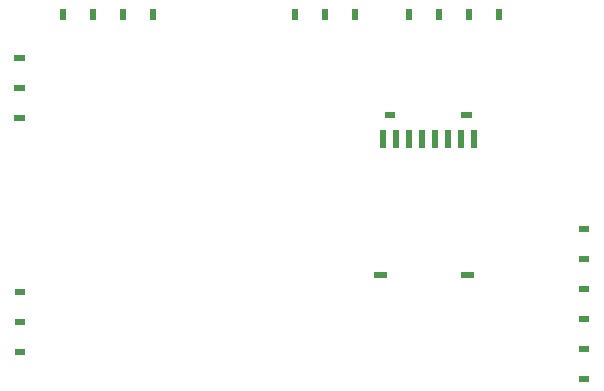
<source format=gbr>
G04 start of page 10 for group -4014 idx -4014 *
G04 Title: (unknown), bottompaste *
G04 Creator: pcb 1.99z *
G04 CreationDate: Mon 30 May 2011 18:01:59 GMT UTC *
G04 For: thomas *
G04 Format: Gerber/RS-274X *
G04 PCB-Dimensions: 206299 151574 *
G04 PCB-Coordinate-Origin: lower left *
%MOIN*%
%FSLAX25Y25*%
%LNBOTTOMPASTE*%
%ADD34R,0.0200X0.0200*%
G54D34*X157082Y57480D02*X159444D01*
X128146D02*X130508D01*
X157278Y110826D02*X158853D01*
X131693D02*X133268D01*
X160428Y104920D02*Y100983D01*
X156098Y104920D02*Y100983D01*
X151768Y104920D02*Y100983D01*
X147438Y104920D02*Y100983D01*
X143108Y104920D02*Y100983D01*
X138778Y104920D02*Y100983D01*
X134448Y104920D02*Y100983D01*
X130118Y104920D02*Y100983D01*
X196494Y43070D02*X197994D01*
X196494Y53070D02*X197994D01*
X196494Y63070D02*X197994D01*
X196494Y73070D02*X197994D01*
X196494Y23070D02*X197994D01*
X196494Y33070D02*X197994D01*
X100787Y145237D02*Y143737D01*
X110787Y145237D02*Y143737D01*
X120787Y145237D02*Y143737D01*
X23465Y145237D02*Y143737D01*
X33465Y145237D02*Y143737D01*
X43465Y145237D02*Y143737D01*
X53465Y145237D02*Y143737D01*
X8305Y109920D02*X9805D01*
X8305Y119920D02*X9805D01*
X8305Y129920D02*X9805D01*
X8450Y31974D02*X9950D01*
X8450Y41974D02*X9950D01*
X8450Y51974D02*X9950D01*
X138780Y145237D02*Y143737D01*
X148780Y145237D02*Y143737D01*
X158780Y145237D02*Y143737D01*
X168780Y145237D02*Y143737D01*
M02*

</source>
